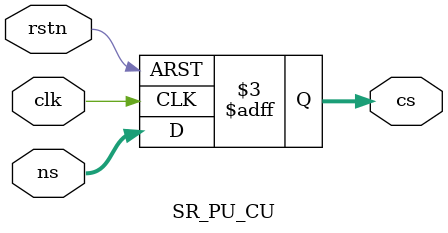
<source format=v>
`timescale 1ns / 1ps


module SR_PU_CU(
    input clk, rstn,
    input [1:0] ns,
    output reg [1:0] cs
    );

    always @(posedge clk, negedge rstn) begin
        if(!rstn)   cs <= 2'd0;
        else        cs <= ns;
    end
endmodule

</source>
